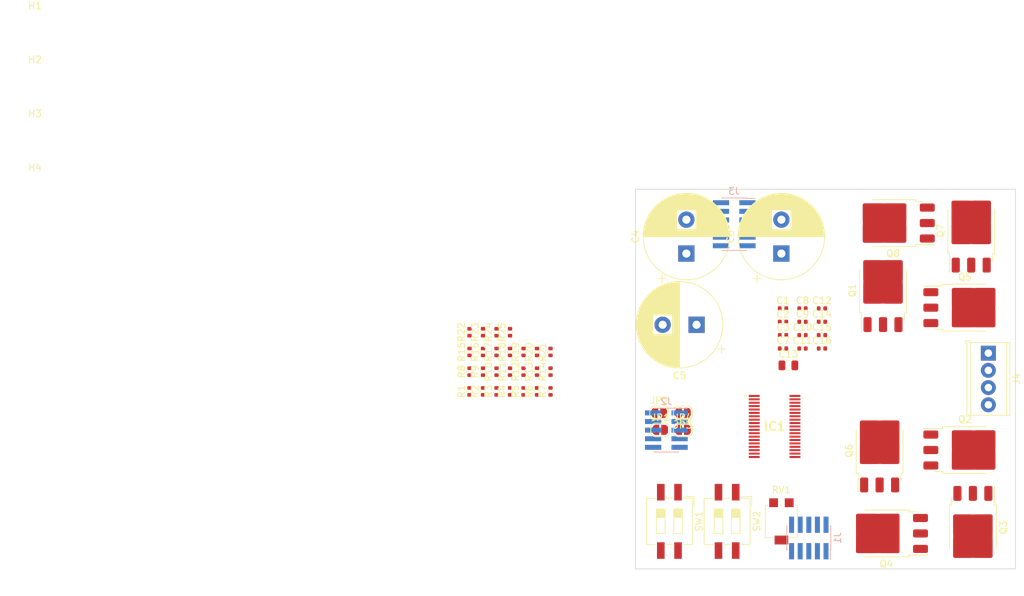
<source format=kicad_pcb>
(kicad_pcb (version 20221018) (generator pcbnew)
  (layers (0 "F.Cu" signal) (31 "B.Cu" signal) (34 "B.Paste" user) (35 "F.Paste" user) (36 "B.SilkS" user "B.Silkscreen") (37 "F.SilkS" user "F.Silkscreen") (38 "B.Mask" user) (39 "F.Mask" user) (44 "Edge.Cuts" user))
  (net 0 "")
  (net 1 "+24V")
  (net 2 "GND")
  (net 3 "LSS1")
  (net 4 "LSS2")
  (net 5 "Bridge2_CB")
  (net 6 "Net-(IC1-C2B)")
  (net 7 "Bridge2_CA")
  (net 8 "Net-(IC1-S2A)")
  (net 9 "VRef")
  (net 10 "Net-(IC1-VREG)")
  (net 11 "Bridge1_CA")
  (net 12 "Net-(IC1-C1A)")
  (net 13 "Bridge1_CB")
  (net 14 "Net-(IC1-C1B)")
  (net 15 "GH2A")
  (net 16 "GL2A")
  (net 18 "GL1A")
  (net 19 "GH1A")
  (net 20 "GH1B")
  (net 21 "GL1B")
  (net 22 "SENSE1")
  (net 23 "SR")
  (net 24 "EN")
  (net 25 "RST")
  (net 26 "Net-(IC1-OSC)")
  (net 28 "+3.3V")
  (net 29 "STEP")
  (net 30 "PFD2")
  (net 31 "MS1")
  (net 32 "MS2")
  (net 33 "DIR")
  (net 34 "PFD1")
  (net 35 "SENSE2")
  (net 37 "GL2B")
  (net 38 "GH2B")
  (net 39 "STP")
  (net 40 "W2_1")
  (net 41 "W2_2")
  (net 42 "W1_1")
  (net 43 "W1_2")
  (net 44 "Net-(JP1-B)")
  (net 45 "Net-(JP2-A)")
  (net 46 "Net-(JP3-B)")
  (net 47 "Net-(JP4-A)")
  (net 48 "Net-(Q1-G)")
  (net 49 "Net-(Q2-G)")
  (net 50 "Net-(Q3-G)")
  (net 51 "Net-(Q4-G)")
  (net 52 "Net-(Q5-G)")
  (net 53 "Net-(Q6-G)")
  (net 54 "Net-(Q7-G)")
  (net 55 "Net-(Q8-G)")
  (net 56 "Net-(R24-Pad2)")
  (footprint "Package_TO_SOT_SMD:TO-252-3_TabPin2" (layer "F.Cu") (at 157.975 110.585 90)
    (fp_text reference "Q6" (at 0 -4.5 90) (layer "F.SilkS"))
    (fp_text value "DMNH10H028SK3Q-13")
    (pad "1" smd roundrect (at -5.04 -2.28 90) (size 2.2 1.2) (layers "F.Cu" "F.Paste" "F.Mask") (roundrect_rratio 0.208333) (net 1 "+24V"))
    (pad "2" smd roundrect (at -5.04 0 90) (size 2.2 1.2) (layers "F.Cu" "F.Paste" "F.Mask") (roundrect_rratio 0.208333) (net 53 "Net-(Q6-G)"))
    (pad "2" smd roundrect (at -0.415 -1.525 90) (size 3.05 2.75) (layers "F.Cu" "F.Paste") (roundrect_rratio 0.090909) (net 53 "Net-(Q6-G)"))
    (pad "2" smd roundrect (at -0.415 1.525 90) (size 3.05 2.75) (layers "F.Cu" "F.Paste") (roundrect_rratio 0.090909) (net 53 "Net-(Q6-G)"))
    (pad "2" smd roundrect (at 1.26 0 90) (size 6.4 5.8) (layers "F.Cu" "F.Mask") (roundrect_rratio 0.043103) (net 53 "Net-(Q6-G)"))
    (pad "2" smd roundrect (at 2.935 -1.525 90) (size 3.05 2.75) (layers "F.Cu" "F.Paste") (roundrect_rratio 0.090909) (net 53 "Net-(Q6-G)"))
    (pad "2" smd roundrect (at 2.935 1.525 90) (size 3.05 2.75) (layers "F.Cu" "F.Paste") (roundrect_rratio 0.090909) (net 53 "Net-(Q6-G)"))
    (pad "3" smd roundrect (at -5.04 2.28 90) (size 2.2 1.2) (layers "F.Cu" "F.Paste" "F.Mask") (roundrect_rratio 0.208333) (net 5 "Bridge2_CB"))
  )
  (footprint "Capacitor_SMD:C_0402_1005Metric" (layer "F.Cu") (at 146.61 93.53)
    (fp_text reference "C10" (at 0 -1.16) (layer "F.SilkS"))
    (fp_text value "100u")
    (pad "1" smd roundrect (at -0.48 0) (size 0.56 0.62) (layers "F.Cu" "F.Paste" "F.Mask") (net 5 "Bridge2_CB"))
    (pad "2" smd roundrect (at 0.48 0) (size 0.56 0.62) (layers "F.Cu" "F.Paste" "F.Mask") (net 6 "Net-(IC1-C2B)"))
  )
  (footprint "Package_TO_SOT_SMD:TO-252-3_TabPin2" (layer "F.Cu") (at 171.475 78.16 90)
    (fp_text reference "Q7" (at 0 -4.5 90) (layer "F.SilkS"))
    (fp_text value "DMNH10H028SK3Q-13")
    (pad "1" smd roundrect (at -5.04 -2.28 90) (size 2.2 1.2) (layers "F.Cu" "F.Paste" "F.Mask") (roundrect_rratio 0.208333) (net 7 "Bridge2_CA"))
    (pad "2" smd roundrect (at -5.04 0 90) (size 2.2 1.2) (layers "F.Cu" "F.Paste" "F.Mask") (roundrect_rratio 0.208333) (net 54 "Net-(Q7-G)"))
    (pad "2" smd roundrect (at -0.415 -1.525 90) (size 3.05 2.75) (layers "F.Cu" "F.Paste") (roundrect_rratio 0.090909) (net 54 "Net-(Q7-G)"))
    (pad "2" smd roundrect (at -0.415 1.525 90) (size 3.05 2.75) (layers "F.Cu" "F.Paste") (roundrect_rratio 0.090909) (net 54 "Net-(Q7-G)"))
    (pad "2" smd roundrect (at 1.26 0 90) (size 6.4 5.8) (layers "F.Cu" "F.Mask") (roundrect_rratio 0.043103) (net 54 "Net-(Q7-G)"))
    (pad "2" smd roundrect (at 2.935 -1.525 90) (size 3.05 2.75) (layers "F.Cu" "F.Paste") (roundrect_rratio 0.090909) (net 54 "Net-(Q7-G)"))
    (pad "2" smd roundrect (at 2.935 1.525 90) (size 3.05 2.75) (layers "F.Cu" "F.Paste") (roundrect_rratio 0.090909) (net 54 "Net-(Q7-G)"))
    (pad "3" smd roundrect (at -5.04 2.28 90) (size 2.2 1.2) (layers "F.Cu" "F.Paste" "F.Mask") (roundrect_rratio 0.208333) (net 4 "LSS2"))
  )
  (footprint "Resistor_SMD:R_0402_1005Metric" (layer "F.Cu") (at 109.48 98.92 90)
    (fp_text reference "R14" (at 0 -1.17 90) (layer "F.SilkS"))
    (fp_text value "10k")
    (pad "1" smd roundrect (at -0.51 0 90) (size 0.54 0.64) (layers "F.Cu" "F.Paste" "F.Mask") (net 28 "+3.3V"))
    (pad "2" smd roundrect (at 0.51 0 90) (size 0.54 0.64) (layers "F.Cu" "F.Paste" "F.Mask") (net 46 "Net-(JP3-B)"))
  )
  (footprint "Capacitor_SMD:C_0402_1005Metric" (layer "F.Cu") (at 149.48 93.53)
    (fp_text reference "C15" (at 0 -1.16) (layer "F.SilkS"))
    (fp_text value "100u")
    (pad "1" smd roundrect (at -0.48 0) (size 0.56 0.62) (layers "F.Cu" "F.Paste" "F.Mask") (net 11 "Bridge1_CA"))
    (pad "2" smd roundrect (at 0.48 0) (size 0.56 0.62) (layers "F.Cu" "F.Paste" "F.Mask") (net 12 "Net-(IC1-C1A)"))
  )
  (footprint "Resistor_SMD:R_0402_1005Metric" (layer "F.Cu") (at 103.51 98.92 90)
    (fp_text reference "R11" (at 0 -1.17 90) (layer "F.SilkS"))
    (fp_text value "33")
    (pad "1" smd roundrect (at -0.51 0 90) (size 0.54 0.64) (layers "F.Cu" "F.Paste" "F.Mask") (net 38 "GH2B"))
    (pad "2" smd roundrect (at 0.51 0 90) (size 0.54 0.64) (layers "F.Cu" "F.Paste" "F.Mask") (net 53 "Net-(Q6-G)"))
  )
  (footprint "Capacitor_SMD:C_0402_1005Metric" (layer "F.Cu") (at 146.61 89.59)
    (fp_text reference "C8" (at 0 -1.16) (layer "F.SilkS"))
    (fp_text value "10n")
    (pad "1" smd roundrect (at -0.48 0) (size 0.56 0.62) (layers "F.Cu" "F.Paste" "F.Mask") (net 1 "+24V"))
    (pad "2" smd roundrect (at 0.48 0) (size 0.56 0.62) (layers "F.Cu" "F.Paste" "F.Mask") (net 2 "GND"))
  )
  (footprint "Resistor_SMD:R_0402_1005Metric" (layer "F.Cu") (at 101.52 93.1 90)
    (fp_text reference "R24" (at 0 -1.17 90) (layer "F.SilkS"))
    (fp_text value "2k2")
    (pad "1" smd roundrect (at -0.51 0 90) (size 0.54 0.64) (layers "F.Cu" "F.Paste" "F.Mask") (net 2 "GND"))
    (pad "2" smd roundrect (at 0.51 0 90) (size 0.54 0.64) (layers "F.Cu" "F.Paste" "F.Mask") (net 56 "Net-(R24-Pad2)"))
  )
  (footprint "Resistor_SMD:R_0402_1005Metric" (layer "F.Cu") (at 101.52 101.83 90)
    (fp_text reference "R3" (at 0 -1.17 90) (layer "F.SilkS"))
    (fp_text value "500k")
    (pad "1" smd roundrect (at -0.51 0 90) (size 0.54 0.64) (layers "F.Cu" "F.Paste" "F.Mask") (net 11 "Bridge1_CA"))
    (pad "2" smd roundrect (at 0.51 0 90) (size 0.54 0.64) (layers "F.Cu" "F.Paste" "F.Mask") (net 48 "Net-(Q1-G)"))
  )
  (footprint "Resistor_SMD:R_0402_1005Metric" (layer "F.Cu") (at 99.53 101.829999 90)
    (fp_text reference "R2" (at 0 -1.17 90) (layer "F.SilkS"))
    (fp_text value "33")
    (pad "1" smd roundrect (at -0.51 0 90) (size 0.54 0.64) (layers "F.Cu" "F.Paste" "F.Mask") (net 20 "GH1B"))
    (pad "2" smd roundrect (at 0.51 0 90) (size 0.54 0.64) (layers "F.Cu" "F.Paste" "F.Mask") (net 49 "Net-(Q2-G)"))
  )
  (footprint "Resistor_SMD:R_0402_1005Metric" (layer "F.Cu") (at 103.51 96.01 90)
    (fp_text reference "R18" (at 0 -1.17 90) (layer "F.SilkS"))
    (fp_text value "33")
    (pad "1" smd roundrect (at -0.51 0 90) (size 0.54 0.64) (layers "F.Cu" "F.Paste" "F.Mask") (net 16 "GL2A"))
    (pad "2" smd roundrect (at 0.51 0 90) (size 0.54 0.64) (layers "F.Cu" "F.Paste" "F.Mask") (net 54 "Net-(Q7-G)"))
  )
  (footprint "Capacitor_SMD:C_0402_1005Metric" (layer "F.Cu") (at 146.61 91.56)
    (fp_text reference "C9" (at 0 -1.16) (layer "F.SilkS"))
    (fp_text value "10n")
    (pad "1" smd roundrect (at -0.48 0) (size 0.56 0.62) (layers "F.Cu" "F.Paste" "F.Mask") (net 4 "LSS2"))
    (pad "2" smd roundrect (at 0.48 0) (size 0.56 0.62) (layers "F.Cu" "F.Paste" "F.Mask") (net 2 "GND"))
  )
  (footprint "Resistor_SMD:R_0402_1005Metric" (layer "F.Cu") (at 99.53 96.01 90)
    (fp_text reference "R16" (at 0 -1.17 90) (layer "F.SilkS"))
    (fp_text value "500k")
    (pad "1" smd roundrect (at -0.51 0 90) (size 0.54 0.64) (layers "F.Cu" "F.Paste" "F.Mask") (net 7 "Bridge2_CA"))
    (pad "2" smd roundrect (at 0.51 0 90) (size 0.54 0.64) (layers "F.Cu" "F.Paste" "F.Mask") (net 52 "Net-(Q5-G)"))
  )
  (footprint "Package_TO_SOT_SMD:TO-252-3_TabPin2" (layer "F.Cu") (at 159.96 77 180)
    (fp_text reference "Q8" (at 0 -4.5) (layer "F.SilkS"))
    (fp_text value "DMNH10H028SK3Q-13")
    (pad "1" smd roundrect (at -5.04 -2.28 180) (size 2.2 1.2) (layers "F.Cu" "F.Paste" "F.Mask") (roundrect_rratio 0.208333) (net 5 "Bridge2_CB"))
    (pad "2" smd roundrect (at -5.04 0 180) (size 2.2 1.2) (layers "F.Cu" "F.Paste" "F.Mask") (roundrect_rratio 0.208333) (net 55 "Net-(Q8-G)"))
    (pad "2" smd roundrect (at -0.415 -1.525 180) (size 3.05 2.75) (layers "F.Cu" "F.Paste") (roundrect_rratio 0.090909) (net 55 "Net-(Q8-G)"))
    (pad "2" smd roundrect (at -0.415 1.525 180) (size 3.05 2.75) (layers "F.Cu" "F.Paste") (roundrect_rratio 0.090909) (net 55 "Net-(Q8-G)"))
    (pad "2" smd roundrect (at 1.26 0 180) (size 6.4 5.8) (layers "F.Cu" "F.Mask") (roundrect_rratio 0.043103) (net 55 "Net-(Q8-G)"))
    (pad "2" smd roundrect (at 2.935 -1.525 180) (size 3.05 2.75) (layers "F.Cu" "F.Paste") (roundrect_rratio 0.090909) (net 55 "Net-(Q8-G)"))
    (pad "2" smd roundrect (at 2.935 1.525 180) (size 3.05 2.75) (layers "F.Cu" "F.Paste") (roundrect_rratio 0.090909) (net 55 "Net-(Q8-G)"))
    (pad "3" smd roundrect (at -5.04 2.28 180) (size 2.2 1.2) (layers "F.Cu" "F.Paste" "F.Mask") (roundrect_rratio 0.208333) (net 4 "LSS2"))
  )
  (footprint "Capacitor_THT:CP_Radial_D12.5mm_P5.00mm" (layer "F.Cu") (at 131 92 180)
    (fp_text reference "C5" (at 2.5 -7.5) (layer "F.SilkS"))
    (fp_text value "1000u @ 50V")
    (pad "1" thru_hole rect (at 0 0 180) (size 2.4 2.4) (drill 1.2) (layers "*.Cu" "*.Mask") (net 1 "+24V"))
    (pad "2" thru_hole circle (at 5 0 180) (size 2.4 2.4) (drill 1.2) (layers "*.Cu" "*.Mask") (net 2 "GND"))
  )
  (footprint "Jumper:SolderJumper-2_P1.3mm_Open_RoundedPad1.0x1.5mm" (layer "F.Cu") (at 129 105 180)
    (fp_text reference "JP3" (at 0 -1.8) (layer "F.SilkS"))
    (fp_text value "SolderJumper_2_Open")
    (pad "1" smd custom (at -0.65 0 180) (size 1 0.5) (layers "F.Cu" "F.Mask") (net 34 "PFD1") (options (clearance outline) (anchor rect)) (primitives (gr_circle (center 0 0.25) (end 0.5 0.25) (width 0) (fill yes)) (gr_circle (center 0 -0.25) (end 0.5 -0.25) (width 0) (fill yes)) (gr_poly (pts (xy 0.5 0.75) (xy 0 0.75) (xy 0 -0.75) (xy 0.5 -0.75)) (width 0) (fill yes))))
    (pad "2" smd custom (at 0.65 0 180) (size 1 0.5) (layers "F.Cu" "F.Mask") (net 46 "Net-(JP3-B)") (options (clearance outline) (anchor rect)) (primitives (gr_circle (center 0 0.25) (end 0.5 0.25) (width 0) (fill yes)) (gr_circle (center 0 -0.25) (end 0.5 -0.25) (width 0) (fill yes)) (gr_poly (pts (xy 0 0.75) (xy -0.5 0.75) (xy -0.5 -0.75) (xy 0 -0.75)) (width 0) (fill yes))))
  )
  (footprint "Button_Switch_SMD:SW_DIP_SPSTx02_Slide_6.7x6.64mm_W8.61mm_P2.54mm_LowProfile" (layer "F.Cu") (at 135.5 121 -90)
    (fp_text reference "SW2" (at 0 -4.38 90) (layer "F.SilkS"))
    (fp_text value "SW_DIP_x02")
    (pad "1" smd rect (at -4.305 -1.27 270) (size 2.44 1.12) (layers "F.Cu" "F.Paste" "F.Mask") (net 2 "GND"))
    (pad "2" smd rect (at -4.305 1.27 270) (size 2.44 1.12) (layers "F.Cu" "F.Paste" "F.Mask") (net 2 "GND"))
    (pad "3" smd rect (at 4.305 1.27 270) (size 2.44 1.12) (layers "F.Cu" "F.Paste" "F.Mask") (net 47 "Net-(JP4-A)"))
    (pad "4" smd rect (at 4.305 -1.27 270) (size 2.44 1.12) (layers "F.Cu" "F.Paste" "F.Mask") (net 46 "Net-(JP3-B)"))
  )
  (footprint "Resistor_SMD:R_0402_1005Metric" (layer "F.Cu") (at 99.53 98.92 90)
    (fp_text reference "R9" (at 0 -1.17 90) (layer "F.SilkS"))
    (fp_text value "0.03")
    (pad "1" smd roundrect (at -0.51 0 90) (size 0.54 0.64) (layers "F.Cu" "F.Paste" "F.Mask") (net 2 "GND"))
    (pad "2" smd roundrect (at 0.51 0 90) (size 0.54 0.64) (layers "F.Cu" "F.Paste" "F.Mask") (net 3 "LSS1"))
  )
  (footprint "Capacitor_SMD:C_0402_1005Metric" (layer "F.Cu") (at 146.61 95.5)
    (fp_text reference "C11" (at 0 -1.16) (layer "F.SilkS"))
    (fp_text value "100u")
    (pad "1" smd roundrect (at -0.48 0) (size 0.56 0.62) (layers "F.Cu" "F.Paste" "F.Mask") (net 7 "Bridge2_CA"))
    (pad "2" smd roundrect (at 0.48 0) (size 0.56 0.62) (layers "F.Cu" "F.Paste" "F.Mask") (net 8 "Net-(IC1-S2A)"))
  )
  (footprint "Resistor_SMD:R_0402_1005Metric" (layer "F.Cu") (at 103.51 101.829999 90)
    (fp_text reference "R4" (at 0 -1.17 90) (layer "F.SilkS"))
    (fp_text value "500k")
    (pad "1" smd roundrect (at -0.51 0 90) (size 0.54 0.64) (layers "F.Cu" "F.Paste" "F.Mask") (net 49 "Net-(Q2-G)"))
    (pad "2" smd roundrect (at 0.51 0 90) (size 0.54 0.64) (layers "F.Cu" "F.Paste" "F.Mask") (net 13 "Bridge1_CB"))
  )
  (footprint "Capacitor_SMD:C_0402_1005Metric" (layer "F.Cu") (at 149.48 89.59)
    (fp_text reference "C12" (at 0 -1.16) (layer "F.SilkS"))
    (fp_text value "100u")
    (pad "1" smd roundrect (at -0.48 0) (size 0.56 0.62) (layers "F.Cu" "F.Paste" "F.Mask") (net 9 "VRef"))
    (pad "2" smd roundrect (at 0.48 0) (size 0.56 0.62) (layers "F.Cu" "F.Paste" "F.Mask") (net 2 "GND"))
  )
  (footprint "Jumper:SolderJumper-2_P1.3mm_Open_RoundedPad1.0x1.5mm" (layer "F.Cu") (at 129 107.5)
    (fp_text reference "JP4" (at 0 -1.8) (layer "F.SilkS"))
    (fp_text value "SolderJumper_2_Open")
    (pad "1" smd custom (at -0.65 0) (size 1 0.5) (layers "F.Cu" "F.Mask") (net 47 "Net-(JP4-A)") (options (clearance outline) (anchor rect)) (primitives (gr_circle (center 0 0.25) (end 0.5 0.25) (width 0) (fill yes)) (gr_circle (center 0 -0.25) (end 0.5 -0.25) (width 0) (fill yes)) (gr_poly (pts (xy 0.5 0.75) (xy 0 0.75) (xy 0 -0.75) (xy 0.5 -0.75)) (width 0) (fill yes))))
    (pad "2" smd custom (at 0.65 0) (size 1 0.5) (layers "F.Cu" "F.Mask") (net 30 "PFD2") (options (clearance outline) (anchor rect)) (primitives (gr_circle (center 0 0.25) (end 0.5 0.25) (width 0) (fill yes)) (gr_circle (center 0 -0.25) (end 0.5 -0.25) (width 0) (fill yes)) (gr_poly (pts (xy 0 0.75) (xy -0.5 0.75) (xy -0.5 -0.75) (xy 0 -0.75)) (width 0) (fill yes))))
  )
  (footprint "Resistor_SMD:R_0402_1005Metric" (layer "F.Cu") (at 107.49 96.01 90)
    (fp_text reference "R20" (at 0 -1.17 90) (layer "F.SilkS"))
    (fp_text value "500k")
    (pad "1" smd roundrect (at -0.51 0 90) (size 0.54 0.64) (layers "F.Cu" "F.Paste" "F.Mask") (net 4 "LSS2"))
    (pad "2" smd roundrect (at 0.51 0 90) (size 0.54 0.64) (layers "F.Cu" "F.Paste" "F.Mask") (net 54 "Net-(Q7-G)"))
  )
  (footprint "Resistor_SMD:R_0402_1005Metric" (layer "F.Cu") (at 101.52 96.009999 90)
    (fp_text reference "R17" (at 0 -1.17 90) (layer "F.SilkS"))
    (fp_text value "500k")
    (pad "1" smd roundrect (at -0.51 0 90) (size 0.54 0.64) (layers "F.Cu" "F.Paste" "F.Mask") (net 53 "Net-(Q6-G)"))
    (pad "2" smd roundrect (at 0.51 0 90) (size 0.54 0.64) (layers "F.Cu" "F.Paste" "F.Mask") (net 5 "Bridge2_CB"))
  )
  (footprint "Resistor_SMD:R_0402_1005Metric" (layer "F.Cu") (at 105.5 101.83 90)
    (fp_text reference "R5" (at 0 -1.17 90) (layer "F.SilkS"))
    (fp_text value "33")
    (pad "1" smd roundrect (at -0.51 0 90) (size 0.54 0.64) (layers "F.Cu" "F.Paste" "F.Mask") (net 18 "GL1A"))
    (pad "2" smd roundrect (at 0.51 0 90) (size 0.54 0.64) (layers "F.Cu" "F.Paste" "F.Mask") (net 50 "Net-(Q3-G)"))
  )
  (footprint "Resistor_SMD:R_0402_1005Metric" (layer "F.Cu") (at 109.48 96.009999 90)
    (fp_text reference "R21" (at 0 -1.17 90) (layer "F.SilkS"))
    (fp_text value "500k")
    (pad "1" smd roundrect (at -0.51 0 90) (size 0.54 0.64) (layers "F.Cu" "F.Paste" "F.Mask") (net 55 "Net-(Q8-G)"))
    (pad "2" smd roundrect (at 0.51 0 90) (size 0.54 0.64) (layers "F.Cu" "F.Paste" "F.Mask") (net 4 "LSS2"))
  )
  (footprint "Capacitor_SMD:C_0402_1005Metric" (layer "F.Cu") (at 143.74 95.5)
    (fp_text reference "C7" (at 0 -1.16) (layer "F.SilkS"))
    (fp_text value "100u")
    (pad "1" smd roundrect (at -0.48 0) (size 0.56 0.62) (layers "F.Cu" "F.Paste" "F.Mask") (net 1 "+24V"))
    (pad "2" smd roundrect (at 0.48 0) (size 0.56 0.62) (layers "F.Cu" "F.Paste" "F.Mask") (net 2 "GND"))
  )
  (footprint "Package_TO_SOT_SMD:TO-252-3_TabPin2" (layer "F.Cu") (at 158.96 122.78 180)
    (fp_text reference "Q4" (at 0 -4.5) (layer "F.SilkS"))
    (fp_text value "DMNH10H028SK3Q-13")
    (pad "1" smd roundrect (at -5.04 -2.28 180) (size 2.2 1.2) (layers "F.Cu" "F.Paste" "F.Mask") (roundrect_rratio 0.208333) (net 13 "Bridge1_CB"))
    (pad "2" smd roundrect (at -5.04 0 180) (size 2.2 1.2) (layers "F.Cu" "F.Paste" "F.Mask") (roundrect_rratio 0.208333) (net 51 "Net-(Q4-G)"))
    (pad "2" smd roundrect (at -0.415 -1.525 180) (size 3.05 2.75) (layers "F.Cu" "F.Paste") (roundrect_rratio 0.090909) (net 51 "Net-(Q4-G)"))
    (pad "2" smd roundrect (at -0.415 1.525 180) (size 3.05 2.75) (layers "F.Cu" "F.Paste") (roundrect_rratio 0.090909) (net 51 "Net-(Q4-G)"))
    (pad "2" smd roundrect (at 1.26 0 180) (size 6.4 5.8) (layers "F.Cu" "F.Mask") (roundrect_rratio 0.043103) (net 51 "Net-(Q4-G)"))
    (pad "2" smd roundrect (at 2.935 -1.525 180) (size 3.05 2.75) (layers "F.Cu" "F.Paste") (roundrect_rratio 0.090909) (net 51 "Net-(Q4-G)"))
    (pad "2" smd roundrect (at 2.935 1.525 180) (size 3.05 2.75) (layers "F.Cu" "F.Paste") (roundrect_rratio 0.090909) (net 51 "Net-(Q4-G)"))
    (pad "3" smd roundrect (at -5.04 2.28 180) (size 2.2 1.2) (layers "F.Cu" "F.Paste" "F.Mask") (roundrect_rratio 0.208333) (net 3 "LSS1"))
  )
  (footprint "Resistor_SMD:R_0402_1005Metric" (layer "F.Cu") (at 97.54 93.1 90)
    (fp_text reference "R22" (at 0 -1.17 90) (layer "F.SilkS"))
    (fp_text value "0.03")
    (pad "1" smd roundrect (at -0.51 0 90) (size 0.54 0.64) (layers "F.Cu" "F.Paste" "F.Mask") (net 2 "GND"))
    (pad "2" smd roundrect (at 0.51 0 90) (size 0.54 0.64) (layers "F.Cu" "F.Paste" "F.Mask") (net 4 "LSS2"))
  )
  (footprint "Resistor_SMD:R_0402_1005Metric" (layer "F.Cu") (at 105.5 96.009999 90)
    (fp_text reference "R19" (at 0 -1.17 90) (layer "F.SilkS"))
    (fp_text value "33")
    (pad "1" smd roundrect (at -0.51 0 90) (size 0.54 0.64) (layers "F.Cu" "F.Paste" "F.Mask") (net 37 "GL2B"))
    (pad "2" smd roundrect (at 0.51 0 90) (size 0.54 0.64) (layers "F.Cu" "F.Paste" "F.Mask") (net 55 "Net-(Q8-G)"))
  )
  (footprint "MountingHole:MountingHole_3.2mm_M3" (layer "F.Cu") (at 33.5 57.1)
    (fp_text reference "H2" (at 0 -4.2) (layer "F.SilkS"))
    (fp_text value "MountingHole")
    (pad "" np_thru_hole circle (at 0 0) (size 3.2 3.2) (drill 3.2) (layers "*.Cu" "*.Mask"))
  )
  (footprint "Resistor_SMD:R_0402_1005Metric" (layer "F.Cu") (at 105.5 98.92 90)
    (fp_text reference "R12" (at 0 -1.17 90) (layer "F.SilkS"))
    (fp_text value "10k")
    (pad "1" smd roundrect (at -0.51 0 90) (size 0.54 0.64) (layers "F.Cu" "F.Paste" "F.Mask") (net 28 "+3.3V"))
    (pad "2" smd roundrect (at 0.51 0 90) (size 0.54 0.64) (layers "F.Cu" "F.Paste" "F.Mask") (net 44 "Net-(JP1-B)"))
  )
  (footprint "Resistor_SMD:R_0402_1005Metric" (layer "F.Cu") (at 97.54 96.009999 90)
    (fp_text reference "R15" (at 0 -1.17 90) (layer "F.SilkS"))
    (fp_text value "10k")
    (pad "1" smd roundrect (at -0.51 0 90) (size 0.54 0.64) (layers "F.Cu" "F.Paste" "F.Mask") (net 28 "+3.3V"))
    (pad "2" smd roundrect (at 0.51 0 90) (size 0.54 0.64) (layers "F.Cu" "F.Paste" "F.Mask") (net 47 "Net-(JP4-A)"))
  )
  (footprint "Resistor_SMD:R_0402_1005Metric" (layer "F.Cu") (at 101.52 98.92 90)
    (fp_text reference "R10" (at 0 -1.17 90) (layer "F.SilkS"))
    (fp_text value "33")
    (pad "1" smd roundrect (at -0.51 0 90) (size 0.54 0.64) (layers "F.Cu" "F.Paste" "F.Mask") (net 15 "GH2A"))
    (pad "2" smd roundrect (at 0.51 0 90) (size 0.54 0.64) (layers "F.Cu" "F.Paste" "F.Mask") (net 52 "Net-(Q5-G)"))
  )
  (footprint "Capacitor_SMD:C_0402_1005Metric" (layer "F.Cu") (at 149.48 95.5)
    (fp_text reference "C16" (at 0 -1.16) (layer "F.SilkS"))
    (fp_text value "100u")
    (pad "1" smd roundrect (at -0.48 0) (size 0.56 0.62) (layers "F.Cu" "F.Paste" "F.Mask") (net 13 "Bridge1_CB"))
    (pad "2" smd roundrect (at 0.48 0) (size 0.56 0.62) (layers "F.Cu" "F.Paste" "F.Mask") (net 14 "Net-(IC1-C1B)"))
  )
  (footprint "Resistor_SMD:R_0402_1005Metric" (layer "F.Cu") (at 97.54 101.83 90)
    (fp_text reference "R1" (at 0 -1.17 90) (layer "F.SilkS"))
    (fp_text value "33")
    (pad "1" smd roundrect (at -0.51 0 90) (size 0.54 0.64) (layers "F.Cu" "F.Paste" "F.Mask") (net 19 "GH1A"))
    (pad "2" smd roundrect (at 0.51 0 90) (size 0.54 0.64) (layers "F.Cu" "F.Paste" "F.Mask") (net 48 "Net-(Q1-G)"))
  )
  (footprint "Package_TO_SOT_SMD:TO-252-3_TabPin2" (layer "F.Cu") (at 171.72 121.915 -90)
    (fp_text reference "Q3" (at 0 -4.5 90) (layer "F.SilkS"))
    (fp_text value "DMNH10H028SK3Q-13")
    (pad "1" smd roundrect (at -5.04 -2.28 270) (size 2.2 1.2) (layers "F.Cu" "F.Paste" "F.Mask") (roundrect_rratio 0.208333) (net 11 "Bridge1_CA"))
    (pad "2" smd roundrect (at -5.04 0 270) (size 2.2 1.2) (layers "F.Cu" "F.Paste" "F.Mask") (roundrect_rratio 0.208333) (net 50 "Net-(Q3-G)"))
    (pad "2" smd roundrect (at -0.415 -1.525 270) (size 3.05 2.75) (layers "F.Cu" "F.Paste") (roundrect_rratio 0.090909) (net 50 "Net-(Q3-G)"))
    (pad "2" smd roundrect (at -0.415 1.525 270) (size 3.05 2.75) (layers "F.Cu" "F.Paste") (roundrect_rratio 0.090909) (net 50 "Net-(Q3-G)"))
    (pad "2" smd roundrect (at 1.26 0 270) (size 6.4 5.8) (layers "F.Cu" "F.Mask") (roundrect_rratio 0.043103) (net 50 "Net-(Q3-G)"))
    (pad "2" smd roundrect (at 2.935 -1.525 270) (size 3.05 2.75) (layers "F.Cu" "F.Paste") (roundrect_rratio 0.090909) (net 50 "Net-(Q3-G)"))
    (pad "2" smd roundrect (at 2.935 1.525 270) (size 3.05 2.75) (layers "F.Cu" "F.Paste") (roundrect_rratio 0.090909) (net 50 "Net-(Q3-G)"))
    (pad "3" smd roundrect (at -5.04 2.28 270) (size 2.2 1.2) (layers "F.Cu" "F.Paste" "F.Mask") (roundrect_rratio 0.208333) (net 3 "LSS1"))
  )
  (footprint "Capacitor_SMD:C_0805_2012Metric" (layer "F.Cu") (at 144.53 97.99)
    (fp_text reference "C13" (at 0 -1.68) (layer "F.SilkS"))
    (fp_text value "10u")
    (pad "1" smd roundrect (at -0.95 0) (size 1 1.45) (layers "F.Cu" "F.Paste" "F.Mask") (net 10 "Net-(IC1-VREG)"))
    (pad "2" smd roundrect (at 0.95 0) (size 1 1.45) (layers "F.Cu" "F.Paste" "F.Mask") (net 2 "GND"))
  )
  (footprint "Capacitor_THT:CP_Radial_D12.5mm_P5.00mm" (layer "F.Cu") (at 143.5 81.5 90)
    (fp_text reference "C6" (at 2.5 -7.5 90) (layer "F.SilkS"))
    (fp_text value "1000u @ 50V")
    (pad "1" thru_hole rect (at 0 0 90) (size 2.4 2.4) (drill 1.2) (layers "*.Cu" "*.Mask") (net 1 "+24V"))
    (pad "2" thru_hole circle (at 5 0 90) (size 2.4 2.4) (drill 1.2) (layers "*.Cu" "*.Mask") (net 2 "GND"))
  )
  (footprint "Jumper:SolderJumper-2_P1.3mm_Open_RoundedPad1.0x1.5mm" (layer "F.Cu") (at 125.5 105)
    (fp_text reference "JP2" (at 0 -1.8) (layer "F.SilkS"))
    (fp_text value "SolderJumper_2_Open")
    (pad "1" smd custom (at -0.65 0) (size 1 0.5) (layers "F.Cu" "F.Mask") (net 45 "Net-(JP2-A)") (options (clearance outline) (anchor rect)) (primitives (gr_circle (center 0 0.25) (end 0.5 0.25) (width 0) (fill yes)) (gr_circle (center 0 -0.25) (end 0.5 -0.25) (width 0) (fill yes)) (gr_poly (pts (xy 0.5 0.75) (xy 0 0.75) (xy 0 -0.75) (xy 0.5 -0.75)) (width 0) (fill yes))))
    (pad "2" smd custom (at 0.65 0) (size 1 0.5) (layers "F.Cu" "F.Mask") (net 32 "MS2") (options (clearance outline) (anchor rect)) (primitives (gr_circle (center 0 0.25) (end 0.5 0.25) (width 0) (fill yes)) (gr_circle (center 0 -0.25) (end 0.5 -0.25) (width 0) (fill yes)) (gr_poly (pts (xy 0 0.75) (xy -0.5 0.75) (xy -0.5 -0.75) (xy 0 -0.75)) (width 0) (fill yes))))
  )
  (footprint "Capacitor_SMD:C_0402_1005Metric" (layer "F.Cu") (at 149.48 91.56)
    (fp_text reference "C14" (at 0 -1.16) (layer "F.SilkS"))
    (fp_text value "100u")
    (pad "1" smd roundrect (at -0.48 0) (size 0.56 0.62) (layers "F.Cu" "F.Paste" "F.Mask") (net 2 "GND"))
    (pad "2" smd roundrect (at 0.48 0) (size 0.56 0.62) (layers "F.Cu" "F.Paste" "F.Mask") (net 1 "+24V"))
  )
  (footprint "MountingHole:MountingHole_3.2mm_M3" (layer "F.Cu") (at 33.5 65.05)
    (fp_text reference "H3" (at 0 -4.2) (layer "F.SilkS"))
    (fp_text value "MountingHole")
    (pad "" np_thru_hole circle (at 0 0) (size 3.2 3.2) (drill 3.2) (layers "*.Cu" "*.Mask"))
  )
  (footprint "Button_Switch_SMD:SW_DIP_SPSTx02_Slide_6.7x6.64mm_W8.61mm_P2.54mm_LowProfile" (layer "F.Cu") (at 127 121 -90)
    (fp_text reference "SW1" (at 0 -4.38 90) (layer "F.SilkS"))
    (fp_text value "SW_DIP_x02")
    (pad "1" smd rect (at -4.305 -1.27 270) (size 2.44 1.12) (layers "F.Cu" "F.Paste" "F.Mask") (net 2 "GND"))
    (pad "2" smd rect (at -4.305 1.27 270) (size 2.44 1.12) (layers "F.Cu" "F.Paste" "F.Mask") (net 2 "GND"))
    (pad "3" smd rect (at 4.305 1.27 270) (size 2.44 1.12) (layers "F.Cu" "F.Paste" "F.Mask") (net 45 "Net-(JP2-A)"))
    (pad "4" smd rect (at 4.305 -1.27 270) (size 2.44 1.12) (layers "F.Cu" "F.Paste" "F.Mask") (net 44 "Net-(JP1-B)"))
  )
  (footprint "MountingHole:MountingHole_3.2mm_M3" (layer "F.Cu") (at 33.5 73)
    (fp_text reference "H4" (at 0 -4.2) (layer "F.SilkS"))
    (fp_text value "MountingHole")
    (pad "" np_thru_hole circle (at 0 0) (size 3.2 3.2) (drill 3.2) (layers "*.Cu" "*.Mask"))
  )
  (footprint "Resistor_SMD:R_0402_1005Metric" (layer "F.Cu") (at 107.49 101.829999 90)
    (fp_text reference "R6" (at 0 -1.17 90) (layer "F.SilkS"))
    (fp_text value "33")
    (pad "1" smd roundrect (at -0.51 0 90) (size 0.54 0.64) (layers "F.Cu" "F.Paste" "F.Mask") (net 21 "GL1B"))
    (pad "2" smd roundrect (at 0.51 0 90) (size 0.54 0.64) (layers "F.Cu" "F.Paste" "F.Mask") (net 51 "Net-(Q4-G)"))
  )
  (footprint "Capacitor_SMD:C_0402_1005Metric" (layer "F.Cu") (at 143.74 93.53)
    (fp_text reference "C3" (at 0 -1.16) (layer "F.SilkS"))
    (fp_text value "100u")
    (pad "1" smd roundrect (at -0.48 0) (size 0.56 0.62) (layers "F.Cu" "F.Paste" "F.Mask") (net 1 "+24V"))
    (pad "2" smd roundrect (at 0.48 0) (size 0.56 0.62) (layers "F.Cu" "F.Paste" "F.Mask") (net 2 "GND"))
  )
  (footprint "Resistor_SMD:R_0402_1005Metric" (layer "F.Cu") (at 97.54 98.92 90)
    (fp_text reference "R8" (at 0 -1.17 90) (layer "F.SilkS"))
    (fp_text value "500k")
    (pad "1" smd roundrect (at -0.51 0 90) (size 0.54 0.64) (layers "F.Cu" "F.Paste" "F.Mask") (net 51 "Net-(Q4-G)"))
    (pad "2" smd roundrect (at 0.51 0 90) (size 0.54 0.64) (layers "F.Cu" "F.Paste" "F.Mask") (net 3 "LSS1"))
  )
  (footprint "Capacitor_THT:CP_Radial_D12.5mm_P5.00mm" (layer "F.Cu") (at 129.5 81.5 90)
    (fp_text reference "C4" (at 2.5 -7.5 90) (layer "F.SilkS"))
    (fp_text value "1000u @ 50V")
    (pad "1" thru_hole rect (at 0 0 90) (size 2.4 2.4) (drill 1.2) (layers "*.Cu" "*.Mask") (net 1 "+24V"))
    (pad "2" thru_hole circle (at 5 0 90) (size 2.4 2.4) (drill 1.2) (layers "*.Cu" "*.Mask") (net 2 "GND"))
  )
  (footprint "Resistor_SMD:R_0402_1005Metric" (layer "F.Cu") (at 103.51 93.1 90)
    (fp_text reference "R25" (at 0 -1.17 90) (layer "F.SilkS"))
    (fp_text value "10k")
    (pad "1" smd roundrect (at -0.51 0 90) (size 0.54 0.64) (layers "F.Cu" "F.Paste" "F.Mask") (net 26 "Net-(IC1-OSC)"))
    (pad "2" smd roundrect (at 0.51 0 90) (size 0.54 0.64) (layers "F.Cu" "F.Paste" "F.Mask") (net 2 "GND"))
  )
  (footprint "CustomFootprint:A3938SLDTRT" (layer "F.Cu") (at 142.5 107)
    (fp_text reference "IC1" (at 0 0) (layer "F.SilkS") (effects (font (size 1.27 1.27) (thickness 0.254))))
    (fp_text value "A4989SLDTR-T" hide)
    (pad "1" smd rect (at -3 -4.5 90) (size 0.3 1.6) (layers "F.Cu" "F.Paste" "F.Mask") (net 7 "Bridge2_CA"))
    (pad "2" smd rect (at -3 -4 90) (size 0.3 1.6) (layers "F.Cu" "F.Paste" "F.Mask") (net 15 "GH2A"))
    (pad "3" smd rect (at -3 -3.5 90) (size 0.3 1.6) (layers "F.Cu" "F.Paste" "F.Mask") (net 8 "Net-(IC1-S2A)"))
    (pad "4" smd rect (at -3 -3 90) (size 0.3 1.6) (layers "F.Cu" "F.Paste" "F.Mask") (net 16 "GL2A"))
    (pad "5" smd rect (at -3 -2.5 90) (size 0.3 1.6) (layers "F.Cu" "F.Paste" "F.Mask"))
    (pad "6" smd rect (at -3 -2 90) (size 0.3 1.6) (layers "F.Cu" "F.Paste" "F.Mask") (net 10 "Net-(IC1-VREG)"))
    (pad "7" smd rect (at -3 -1.5 90) (size 0.3 1.6) (layers "F.Cu" "F.Paste" "F.Mask") (net 1 "+24V"))
    (pad "8" smd rect (at -3 -1 90) (size 0.3 1.6) (layers "F.Cu" "F.Paste" "F.Mask") (net 18 "GL1A"))
    (pad "9" smd rect (at -3 -0.5 90) (size 0.3 1.6) (layers "F.Cu" "F.Paste" "F.Mask") (net 11 "Bridge1_CA"))
    (pad "10" smd rect (at -3 0 90) (size 0.3 1.6) (layers "F.Cu" "F.Paste" "F.Mask") (net 19 "GH1A"))
    (pad "11" smd rect (at -3 0.5 90) (size 0.3 1.6) (layers "F.Cu" "F.Paste" "F.Mask") (net 12 "Net-(IC1-C1A)"))
    (pad "12" smd rect (at -3 1 90) (size 0.3 1.6) (layers "F.Cu" "F.Paste" "F.Mask") (net 14 "Net-(IC1-C1B)"))
    (pad "13" smd rect (at -3 1.5 90) (size 0.3 1.6) (layers "F.Cu" "F.Paste" "F.Mask") (net 20 "GH1B"))
    (pad "14" smd rect (at -3 2 90) (size 0.3 1.6) (layers "F.Cu" "F.Paste" "F.Mask") (net 13 "Bridge1_CB"))
    (pad "15" smd rect (at -3 2.5 90) (size 0.3 1.6) (layers "F.Cu" "F.Paste" "F.Mask") (net 21 "GL1B"))
    (pad "16" smd rect (at -3 3 90) (size 0.3 1.6) (layers "F.Cu" "F.Paste" "F.Mask") (net 3 "LSS1"))
    (pad "17" smd rect (at -3 3.5 90) (size 0.3 1.6) (layers "F.Cu" "F.Paste" "F.Mask") (net 22 "SENSE1"))
    (pad "18" smd rect (at -3 4 90) (size 0.3 1.6) (layers "F.Cu" "F.Paste" "F.Mask") (net 23 "SR"))
    (pad "19" smd rect (at -3 4.5 90) (size 0.3 1.6) (layers "F.Cu" "F.Paste" "F.Mask") (net 24 "EN"))
    (pad "20" smd rect (at 3 4.5 90) (size 0.3 1.6) (layers "F.Cu" "F.Paste" "F.Mask") (net 2 "GND"))
    (pad "21" smd rect (at 3 4 90) (size 0.3 1.6) (layers "F.Cu" "F.Paste" "F.Mask") (net 9 "VRef"))
    (pad "22" smd rect (at 3 3.5 90) (size 0.3 1.6) (layers "F.Cu" "F.Paste" "F.Mask") (net 25 "RST"))
    (pad "23" smd rect (at 3 3 90) (size 0.3 1.6) (layers "F.Cu" "F.Paste" "F.Mask") (net 26 "Net-(IC1-OSC)"))
    (pad "24" smd rect (at 3 2.5 90) (size 0.3 1.6) (layers "F.Cu" "F.Paste" "F.Mask"))
    (pad "25" smd rect (at 3 2 90) (size 0.3 1.6) (layers "F.Cu" "F.Paste" "F.Mask") (net 28 "+3.3V"))
    (pad "26" smd rect (at 3 1.5 90) (size 0.3 1.6) (layers "F.Cu" "F.Paste" "F.Mask") (net 29 "STEP"))
    (pad "27" smd rect (at 3 1 90) (size 0.3 1.6) (layers "F.Cu" "F.Paste" "F.Mask") (net 30 "PFD2"))
    (pad "28" smd rect (at 3 0.5 90) (size 0.3 1.6) (layers "F.Cu" "F.Paste" "F.Mask") (net 31 "MS1"))
    (pad "29" smd rect (at 3 0 90) (size 0.3 1.6) (layers "F.Cu" "F.Paste" "F.Mask") (net 32 "MS2"))
    (pad "30" smd rect (at 3 -0.5 90) (size 0.3 1.6) (layers "F.Cu" "F.Paste" "F.Mask") (net 33 "DIR"))
    (pad "31" smd rect (at 3 -1 90) (size 0.3 1.6) (layers "F.Cu" "F.Paste" "F.Mask") (net 34 "PFD1"))
    (pad "32" smd rect (at 3 -1.5 90) (size 0.3 1.6) (layers "F.Cu" "F.Paste" "F.Mask") (net 35 "SENSE2"))
    (pad "33" smd rect (at 3 -2 90) (size 0.3 1.6) (layers "F.Cu" "F.Paste" "F.Mask") (net 4 "LSS2"))
    (pad "34" smd rect (at 3 -2.5 90) (size 0.3 1.6) (layers "F.Cu" "F.Paste" "F.Mask"))
    (pad "35" smd rect (at 3 -3 90) (size 0.3 1.6) (layers "F.Cu" "F.Paste" "F.Mask") (net 37 "GL2B"))
    (pad "36" smd rect (at 3 -3.5 90) (size 0.3 1.6) (layers "F.Cu" "F.Paste" "F.Mask") (net 5 "Bridge2_CB"))
    (pad "37" smd rect (at 3 -4 90) (size 0.3 1.6) (layers "F.Cu" "F.Paste" "F.Mask") (net 38 "GH2B"))
    (pad "38" smd rect (at 3 -4.5 90) (size 0.3 1.6) (layers "F.Cu" "F.Paste" "F.Mask") (net 6 "Net-(IC1-C2B)"))
  )
  (footprint "Package_TO_SOT_SMD:TO-252-3_TabPin2" (layer "F.Cu") (at 170.565 110.475)
    (fp_text reference "Q2" (at 0 -4.5) (layer "F.SilkS"))
    (fp_text value "DMNH10H028SK3Q-13")
    (pad "1" smd roundrect (at -5.04 -2.28) (size 2.2 1.2) (layers "F.Cu" "F.Paste" "F.Mask") (roundrect_rratio 0.208333) (net 1 "+24V"))
    (pad "2" smd roundrect (at -5.04 0) (size 2.2 1.2) (layers "F.Cu" "F.Paste" "F.Mask") (roundrect_rratio 0.208333) (net 49 "Net-(Q2-G)"))
    (pad "2" smd roundrect (at -0.415 -1.525) (size 3.05 2.75) (layers "F.Cu" "F.Paste") (roundrect_rratio 0.090909) (net 49 "Net-(Q2-G)"))
    (pad "2" smd roundrect (at -0.415 1.525) (size 3.05 2.75) (layers "F.Cu" "F.Paste") (roundrect_rratio 0.090909) (net 49 "Net-(Q2-G)"))
    (pad "2" smd roundrect (at 1.26 0) (size 6.4 5.8) (layers "F.Cu" "F.Mask") (roundrect_rratio 0.043103) (net 49 "Net-(Q2-G)"))
    (pad "2" smd roundrect (at 2.935 -1.525) (size 3.05 2.75) (layers "F.Cu" "F.Paste") (roundrect_rratio 0.090909) (net 49 "Net-(Q2-G)"))
    (pad "2" smd roundrect (at 2.935 1.525) (size 3.05 2.75) (layers "F.Cu" "F.Paste") (roundrect_rratio 0.090909) (net 49 "Net-(Q2-G)"))
    (pad "3" smd roundrect (at -5.04 2.28) (size 2.2 1.2) (layers "F.Cu" "F.Paste" "F.Mask") (roundrect_rratio 0.208333) (net 13 "Bridge1_CB"))
  )
  (footprint "Capacitor_SMD:C_0402_1005Metric" (layer "F.Cu") (at 143.74 89.59)
    (fp_text reference "C1" (at 0 -1.16) (layer "F.SilkS"))
    (fp_text value "100u")
    (pad "1" smd roundrect (at -0.48 0) (size 0.56 0.62) (layers "F.Cu" "F.Paste" "F.Mask") (net 1 "+24V"))
    (pad "2" smd roundrect (at 0.48 0) (size 0.56 0.62) (layers "F.Cu" "F.Paste" "F.Mask") (net 2 "GND"))
  )
  (footprint "Package_TO_SOT_SMD:TO-252-3_TabPin2" (layer "F.Cu") (at 158.475 86.935 90)
    (fp_text reference "Q1" (at 0 -4.5 90) (layer "F.SilkS"))
    (fp_text value "DMNH10H028SK3Q-13")
    (pad "1" smd roundrect (at -5.04 -2.28 90) (size 2.2 1.2) (layers "F.Cu" "F.Paste" "F.Mask") (roundrect_rratio 0.208333) (net 1 "+24V"))
    (pad "2" smd roundrect (at -5.04 0 90) (size 2.2 1.2) (layers "F.Cu" "F.Paste" "F.Mask") (roundrect_rratio 0.208333) (net 48 "Net-(Q1-G)"))
    (pad "2" smd roundrect (at -0.415 -1.525 90) (size 3.05 2.75) (layers "F.Cu" "F.Paste") (roundrect_rratio 0.090909) (net 48 "Net-(Q1-G)"))
    (pad "2" smd roundrect (at -0.415 1.525 90) (size 3.05 2.75) (layers "F.Cu" "F.Paste") (roundrect_rratio 0.090909) (net 48 "Net-(Q1-G)"))
    (pad "2" smd roundrect (at 1.26 0 90) (size 6.4 5.8) (layers "F.Cu" "F.Mask") (roundrect_rratio 0.043103) (net 48 "Net-(Q1-G)"))
    (pad "2" smd roundrect (at 2.935 -1.525 90) (size 3.05 2.75) (layers "F.Cu" "F.Paste") (roundrect_rratio 0.090909) (net 48 "Net-(Q1-G)"))
    (pad "2" smd roundrect (at 2.935 1.525 90) (size 3.05 2.75) (layers "F.Cu" "F.Paste") (roundrect_rratio 0.090909) (net 48 "Net-(Q1-G)"))
    (pad "3" smd roundrect (at -5.04 2.28 90) (size 2.2 1.2) (layers "F.Cu" "F.Paste" "F.Mask") (roundrect_rratio 0.208333) (net 11 "Bridge1_CA"))
  )
  (footprint "Capacitor_SMD:C_0402_1005Metric" (layer "F.Cu") (at 143.74 91.56)
    (fp_text reference "C2" (at 0 -1.16) (layer "F.SilkS"))
    (fp_text value "10n")
    (pad "1" smd roundrect (at -0.48 0) (size 0.56 0.62) (layers "F.Cu" "F.Paste" "F.Mask") (net 3 "LSS1"))
    (pad "2" smd roundrect (at 0.48 0) (size 0.56 0.62) (layers "F.Cu" "F.Paste" "F.Mask") (net 2 "GND"))
  )
  (footprint "Jumper:SolderJumper-2_P1.3mm_Open_RoundedPad1.0x1.5mm" (layer "F.Cu") (at 125.65 107.5)
    (fp_text reference "JP1" (at 0 -1.8) (layer "F.SilkS"))
    (fp_text value "SolderJumper_2_Open")
    (pad "1" smd custom (at -0.65 0) (size 1 0.5) (layers "F.Cu" "F.Mask") (net 31 "MS1") (options (clearance outline) (anchor rect)) (primitives (gr_circle (center 0 0.25) (end 0.5 0.25) (width 0) (fill yes)) (gr_circle (center 0 -0.25) (end 0.5 -0.25) (width 0) (fill yes)) (gr_poly (pts (xy 0.5 0.75) (xy 0 0.75) (xy 0 -0.75) (xy 0.5 -0.75)) (width 0) (fill yes))))
    (pad "2" smd custom (at 0.65 0) (size 1 0.5) (layers "F.Cu" "F.Mask") (net 44 "Net-(JP1-B)") (options (clearance outline) (anchor rect)) (primitives (gr_circle (center 0 0.25) (end 0.5 0.25) (width 0) (fill yes)) (gr_circle (center 0 -0.25) (end 0.5 -0.25) (width 0) (fill yes)) (gr_poly (pts (xy 0 0.75) (xy -0.5 0.75) (xy -0.5 -0.75) (xy 0 -0.75)) (width 0) (fill yes))))
  )
  (footprint "TerminalBlock_Phoenix:TerminalBlock_Phoenix_MPT-0,5-4-2.54_1x04_P2.54mm_Horizontal" (layer "F.Cu") (at 174 96.185 -90)
    (fp_text reference "J4" (at 3.81 -4.16 -90) (layer "F.SilkS"))
    (fp_text value "Screw_Terminal_01x04")
    (pad "1" thru_hole rect (at 0 0 270) (size 2.2 2.2) (drill 1.1) (layers "*.Cu" "*.Mask") (net 40 "W2_1"))
    (pad "2" thru_hole circle (at 2.54 0 270) (size 2.2 2.2) (drill 1.1) (layers "*.Cu" "*.Mask") (net 41 "W2_2"))
    (pad "3" thru_hole circle (at 5.08 0 270) (size 2.2 2.2) (drill 1.1) (layers "*.Cu" "*.Mask") (net 42 "W1_1"))
    (pad "4" thru_hole circle (at 7.62 0 270) (size 2.2 2.2) (drill 1.1) (layers "*.Cu" "*.Mask") (net 43 "W1_2"))
  )
  (footprint "Resistor_SMD:R_0402_1005Metric" (layer "F.Cu") (at 99.53 93.1 90)
    (fp_text reference "R23" (at 0 -1.17 90) (layer "F.SilkS"))
    (fp_text value "22k")
    (pad "1" smd roundrect (at -0.51 0 90) (size 0.54 0.64) (layers "F.Cu" "F.Paste" "F.Mask") (net 9 "VRef"))
    (pad "2" smd roundrect (at 0.51 0 90) (size 0.54 0.64) (layers "F.Cu" "F.Paste" "F.Mask") (net 28 "+3.3V"))
  )
  (footprint "MountingHole:MountingHole_3.2mm_M3" (layer "F.Cu") (at 33.5 49.15)
    (fp_text reference "H1" (at 0 -4.2) (layer "F.SilkS"))
    (fp_text value "MountingHole")
    (pad "" np_thru_hole circle (at 0 0) (size 3.2 3.2) (drill 3.2) (layers "*.Cu" "*.Mask"))
  )
  (footprint "Resistor_SMD:R_0402_1005Metric" (layer "F.Cu") (at 109.48 101.83 90)
    (fp_text reference "R7" (at 0 -1.17 90) (layer "F.SilkS"))
    (fp_text value "500k")
    (pad "1" smd roundrect (at -0.51 0 90) (size 0.54 0.64) (layers "F.Cu" "F.Paste" "F.Mask") (net 3 "LSS1"))
    (pad "2" smd roundrect (at 0.51 0 90) (size 0.54 0.64) (layers "F.Cu" "F.Paste" "F.Mask") (net 50 "Net-(Q3-G)"))
  )
  (footprint "Package_TO_SOT_SMD:TO-252-3_TabPin2" (layer "F.Cu") (at 170.565 89.475)
    (fp_text reference "Q5" (at 0 -4.5) (layer "F.SilkS"))
    (fp_text value "DMNH10H028SK3Q-13")
    (pad "1" smd roundrect (at -5.04 -2.28) (size 2.2 1.2) (layers "F.Cu" "F.Paste" "F.Mask") (roundrect_rratio 0.208333) (net 1 "+24V"))
    (pad "2" smd roundrect (at -5.04 0) (size 2.2 1.2) (layers "F.Cu" "F.Paste" "F.Mask") (roundrect_rratio 0.208333) (net 52 "Net-(Q5-G)"))
    (pad "2" smd roundrect (at -0.415 -1.525) (size 3.05 2.75) (layers "F.Cu" "F.Paste") (roundrect_rratio 0.090909) (net 52 "Net-(Q5-G)"))
    (pad "2" smd roundrect (at -0.415 1.525) (size 3.05 2.75) (layers "F.Cu" "F.Paste") (roundrect_rratio 0.090909) (net 52 "Net-(Q5-G)"))
    (pad "2" smd roundrect (at 1.26 0) (size 6.4 5.8) (layers "F.Cu" "F.Mask") (roundrect_rratio 0.043103) (net 52 "Net-(Q5-G)"))
    (pad "2" smd roundrect (at 2.935 -1.525) (size 3.05 2.75) (layers "F.Cu" "F.Paste") (roundrect_rratio 0.090909) (net 52 "Net-(Q5-G)"))
    (pad "2" smd roundrect (at 2.935 1.525) (size 3.05 2.75) (layers "F.Cu" "F.Paste") (roundrect_rratio 0.090909) (net 52 "Net-(Q5-G)"))
    (pad "3" smd roundrect (at -5.04 2.28) (size 2.2 1.2) (layers "F.Cu" "F.Paste" "F.Mask") (roundrect_rratio 0.208333) (net 7 "Bridge2_CA"))
  )
  (footprint "Potentiometer_SMD:Potentiometer_Bourns_3314G_Vertical" (layer "F.Cu") (at 143.5 121)
    (fp_text reference "RV1" (at 0 -4.65) (layer "F.SilkS"))
    (fp_text value "20k")
    (pad "1" smd rect (at 1.15 -2.75) (size 1.3 1.3) (layers "F.Cu" "F.Paste" "F.Mask") (net 9 "VRef"))
    (pad "2" smd rect (at 0 2.75) (size 2 1.3) (layers "F.Cu" "F.Paste" "F.Mask") (net 56 "Net-(R24-Pad2)"))
    (pad "3" smd rect (at -1.15 -2.75) (size 1.3 1.3) (layers "F.Cu" "F.Paste" "F.Mask") (net 56 "Net-(R24-Pad2)"))
  )
  (footprint "Resistor_SMD:R_0402_1005Metric" (layer "F.Cu") (at 107.49 98.92 90)
    (fp_text reference "R13" (at 0 -1.17 90) (layer "F.SilkS"))
    (fp_text value "10k")
    (pad "1" smd roundrect (at -0.51 0 90) (size 0.54 0.64) (layers "F.Cu" "F.Paste" "F.Mask") (net 28 "+3.3V"))
    (pad "2" smd roundrect (at 0.51 0 90) (size 0.54 0.64) (layers "F.Cu" "F.Paste" "F.Mask") (net 45 "Net-(JP2-A)"))
  )
  (footprint "Connector_PinHeader_1.27mm:PinHeader_2x05_P1.27mm_Vertical_SMD" (layer "B.Cu") (at 147.54 123.45 90)
    (fp_text reference "J1" (at 0 4.235 90) (layer "B.SilkS") (effects (justify mirror)))
    (fp_text value "Conn_02x05_Odd_Even")
    (pad "1" smd rect (at -1.95 2.54 90) (size 2.4 0.74) (layers "B.Cu" "B.Paste" "B.Mask") (net 28 "+3.3V"))
    (pad "2" smd rect (at 1.95 2.54 90) (size 2.4 0.74) (layers "B.Cu" "B.Paste" "B.Mask") (net 1 "+24V"))
    (pad "3" smd rect (at -1.95 1.27 90) (size 2.4 0.74) (layers "B.Cu" "B.Paste" "B.Mask") (net 33 "DIR"))
    (pad "4" smd rect (at 1.95 1.27 90) (size 2.4 0.74) (layers "B.Cu" "B.Paste" "B.Mask") (net 39 "STP"))
    (pad "5" smd rect (at -1.95 0 90) (size 2.4 0.74) (layers "B.Cu" "B.Paste" "B.Mask") (net 24 "EN"))
    (pad "6" smd rect (at 1.95 0 90) (size 2.4 0.74) (layers "B.Cu" "B.Paste" "B.Mask") (net 25 "RST"))
    (pad "7" smd rect (at -1.95 -1.27 90) (size 2.4 0.74) (layers "B.Cu" "B.Paste" "B.Mask") (net 2 "GND"))
    (pad "8" smd rect (at 1.95 -1.27 90) (size 2.4 0.74) (layers "B.Cu" "B.Paste" "B.Mask") (net 2 "GND"))
    (pad "9" smd rect (at -1.95 -2.54 90) (size 2.4 0.74) (layers "B.Cu" "B.Paste" "B.Mask") (net 2 "GND"))
    (pad "10" smd rect (at 1.95 -2.54 90) (size 2.4 0.74) (layers "B.Cu" "B.Paste" "B.Mask") (net 2 "GND"))
  )
  (footprint "Connector_PinHeader_1.27mm:PinHeader_2x06_P1.27mm_Vertical_SMD" (layer "B.Cu") (at 136.55 77.175 180)
    (fp_text reference "J3" (at 0 4.87 -360) (layer "B.SilkS") (effects (justify mirror)))
    (fp_text value "Conn_02x06")
    (pad "1" smd rect (at -1.95 3.175 180) (size 2.4 0.74) (layers "B.Cu" "B.Paste" "B.Mask") (net 1 "+24V"))
    (pad "2" smd rect (at 1.95 3.175 180) (size 2.4 0.74) (layers "B.Cu" "B.Paste" "B.Mask") (net 1 "+24V"))
    (pad "3" smd rect (at -1.95 1.905 180) (size 2.4 0.74) (layers "B.Cu" "B.Paste" "B.Mask") (net 1 "+24V"))
    (pad "4" smd rect (at 1.95 1.905 180) (size 2.4 0.74) (layers "B.Cu" "B.Paste" "B.Mask") (net 1 "+24V"))
    (pad "5" smd rect (at -1.95 0.635 180) (size 2.4 0.74) (layers "B.Cu" "B.Paste" "B.Mask") (net 1 "+24V"))
    (pad "6" smd rect (at 1.95 0.635 180) (size 2.4 0.74) (layers "B.Cu" "B.Paste" "B.Mask") (net 1 "+24V"))
    (pad "7" smd rect (at -1.95 -0.635 180) (size 2.4 0.74) (layers "B.Cu" "B.Paste" "B.Mask") (net 2 "GND"))
    (pad "8" smd rect (at 1.95 -0.635 180) (size 2.4 0.74) (layers "B.Cu" "B.Paste" "B.Mask") (net 2 "GND"))
    (pad "9" smd rect (at -1.95 -1.905 180) (size 2.4 0.74) (layers "B.Cu" "B.Paste" "B.Mask") (net 2 "GND"))
    (pad "10" smd rect (at 1.95 -1.905 180) (size 2.4 0.74) (layers "B.Cu" "B.Paste" "B.Mask") (net 2 "GND"))
    (pad "11" smd rect (at -1.95 -3.175 180) (size 2.4 0.74) (layers "B.Cu" "B.Paste" "B.Mask") (net 2 "GND"))
    (pad "12" smd rect (at 1.95 -3.175 180) (size 2.4 0.74) (layers "B.Cu" "B.Paste" "B.Mask") (net 2 "GND"))
  )
  (footprint "Connector_PinHeader_1.27mm:PinHeader_2x05_P1.27mm_Vertical_SMD" (layer "B.Cu") (at 126.55 107.54 180)
    (fp_text reference "J2" (at 0 4.235) (layer "B.SilkS") (effects (justify mirror)))
    (fp_text value "Conn_02x05_Odd_Even")
    (pad "1" smd rect (at -1.95 2.54 180) (size 2.4 0.74) (layers "B.Cu" "B.Paste" "B.Mask") (net 28 "+3.3V"))
    (pad "2" smd rect (at 1.95 2.54 180) (size 2.4 0.74) (layers "B.Cu" "B.Paste" "B.Mask") (net 1 "+24V"))
    (pad "3" smd rect (at -1.95 1.27 180) (size 2.4 0.74) (layers "B.Cu" "B.Paste" "B.Mask") (net 34 "PFD1"))
    (pad "4" smd rect (at 1.95 1.27 180) (size 2.4 0.74) (layers "B.Cu" "B.Paste" "B.Mask") (net 32 "MS2"))
    (pad "5" smd rect (at -1.95 0 180) (size 2.4 0.74) (layers "B.Cu" "B.Paste" "B.Mask") (net 30 "PFD2"))
    (pad "6" smd rect (at 1.95 0 180) (size 2.4 0.74) (layers "B.Cu" "B.Paste" "B.Mask") (net 31 "MS1"))
    (pad "7" smd rect (at -1.95 -1.27 180) (size 2.4 0.74) (layers "B.Cu" "B.Paste" "B.Mask") (net 2 "GND"))
    (pad "8" smd rect (at 1.95 -1.27 180) (size 2.4 0.74) (layers "B.Cu" "B.Paste" "B.Mask") (net 2 "GND"))
    (pad "9" smd rect (at -1.95 -2.54 180) (size 2.4 0.74) (layers "B.Cu" "B.Paste" "B.Mask") (net 2 "GND"))
    (pad "10" smd rect (at 1.95 -2.54 180) (size 2.4 0.74) (layers "B.Cu" "B.Paste" "B.Mask") (net 2 "GND"))
  )
  (gr_rect (start 178 128) (end 122 72) (stroke (width 0.1)) (fill none) (layer "Edge.Cuts"))
)
</source>
